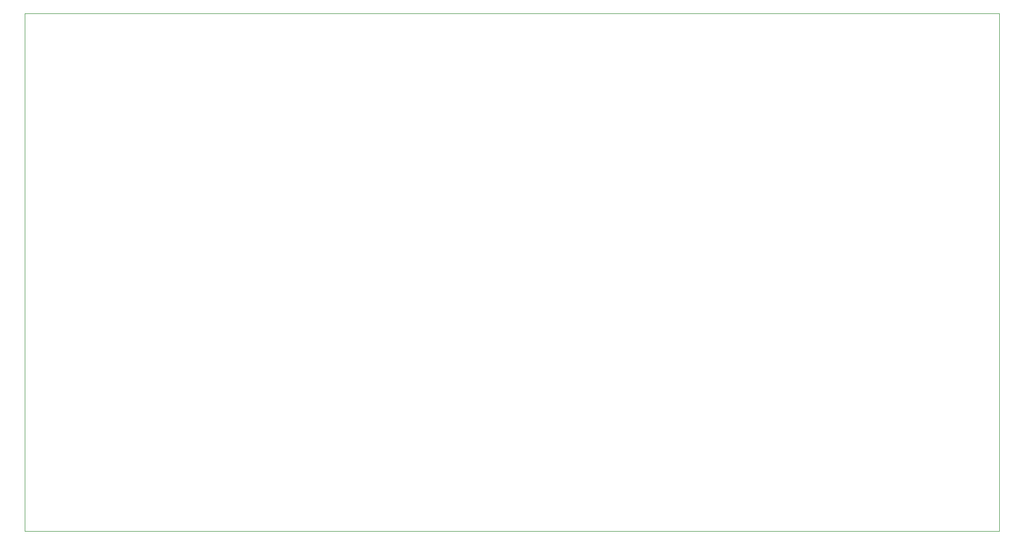
<source format=gbr>
%TF.GenerationSoftware,KiCad,Pcbnew,(5.1.6)-1*%
%TF.CreationDate,2020-10-11T17:06:20+02:00*%
%TF.ProjectId,Solaranlage,536f6c61-7261-46e6-9c61-67652e6b6963,rev?*%
%TF.SameCoordinates,Original*%
%TF.FileFunction,Profile,NP*%
%FSLAX46Y46*%
G04 Gerber Fmt 4.6, Leading zero omitted, Abs format (unit mm)*
G04 Created by KiCad (PCBNEW (5.1.6)-1) date 2020-10-11 17:06:20*
%MOMM*%
%LPD*%
G01*
G04 APERTURE LIST*
%TA.AperFunction,Profile*%
%ADD10C,0.050000*%
%TD*%
G04 APERTURE END LIST*
D10*
X69088000Y-140208000D02*
X69088000Y-55208000D01*
X229088000Y-140208000D02*
X69088000Y-140208000D01*
X229088000Y-55208000D02*
X229088000Y-140208000D01*
X69088000Y-55208000D02*
X229088000Y-55208000D01*
M02*

</source>
